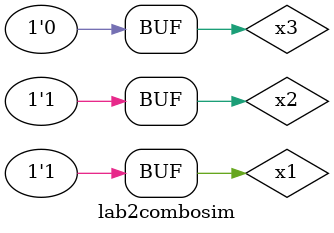
<source format=v>
`timescale 1ns / 1ps


module lab2combosim(
    );
    
    reg x1, x2, x3;
    wire out;
    
    lab2combo dut(.x1(x1),.x2(x2),.x3(x3),.out(out));
    initial
    begin
    
    //x3 = 1, out = 0
    x1 = 1;
    x2 = 1;
    x3 = 1;
    #10;
    
    //x3 = 0, out = 0
    x1 = 1;
    x2 = 1;
    x3 = 0;
    #10;
    
    end
    
    
    
endmodule

</source>
